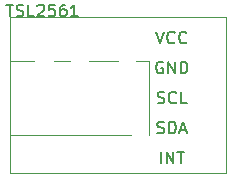
<source format=gbr>
G04 #@! TF.GenerationSoftware,KiCad,Pcbnew,(5.1.5)-3*
G04 #@! TF.CreationDate,2020-12-21T12:39:58+01:00*
G04 #@! TF.ProjectId,epimetheus_tsl2561,6570696d-6574-4686-9575-735f74736c32,rev?*
G04 #@! TF.SameCoordinates,Original*
G04 #@! TF.FileFunction,Legend,Top*
G04 #@! TF.FilePolarity,Positive*
%FSLAX46Y46*%
G04 Gerber Fmt 4.6, Leading zero omitted, Abs format (unit mm)*
G04 Created by KiCad (PCBNEW (5.1.5)-3) date 2020-12-21 12:39:58*
%MOMM*%
%LPD*%
G04 APERTURE LIST*
%ADD10C,0.150000*%
%ADD11C,0.120000*%
G04 APERTURE END LIST*
D10*
X161774571Y-23074380D02*
X162346000Y-23074380D01*
X162060285Y-24074380D02*
X162060285Y-23074380D01*
X162631714Y-24026761D02*
X162774571Y-24074380D01*
X163012666Y-24074380D01*
X163107904Y-24026761D01*
X163155523Y-23979142D01*
X163203142Y-23883904D01*
X163203142Y-23788666D01*
X163155523Y-23693428D01*
X163107904Y-23645809D01*
X163012666Y-23598190D01*
X162822190Y-23550571D01*
X162726952Y-23502952D01*
X162679333Y-23455333D01*
X162631714Y-23360095D01*
X162631714Y-23264857D01*
X162679333Y-23169619D01*
X162726952Y-23122000D01*
X162822190Y-23074380D01*
X163060285Y-23074380D01*
X163203142Y-23122000D01*
X164107904Y-24074380D02*
X163631714Y-24074380D01*
X163631714Y-23074380D01*
X164393619Y-23169619D02*
X164441238Y-23122000D01*
X164536476Y-23074380D01*
X164774571Y-23074380D01*
X164869809Y-23122000D01*
X164917428Y-23169619D01*
X164965047Y-23264857D01*
X164965047Y-23360095D01*
X164917428Y-23502952D01*
X164346000Y-24074380D01*
X164965047Y-24074380D01*
X165869809Y-23074380D02*
X165393619Y-23074380D01*
X165346000Y-23550571D01*
X165393619Y-23502952D01*
X165488857Y-23455333D01*
X165726952Y-23455333D01*
X165822190Y-23502952D01*
X165869809Y-23550571D01*
X165917428Y-23645809D01*
X165917428Y-23883904D01*
X165869809Y-23979142D01*
X165822190Y-24026761D01*
X165726952Y-24074380D01*
X165488857Y-24074380D01*
X165393619Y-24026761D01*
X165346000Y-23979142D01*
X166774571Y-23074380D02*
X166584095Y-23074380D01*
X166488857Y-23122000D01*
X166441238Y-23169619D01*
X166346000Y-23312476D01*
X166298380Y-23502952D01*
X166298380Y-23883904D01*
X166346000Y-23979142D01*
X166393619Y-24026761D01*
X166488857Y-24074380D01*
X166679333Y-24074380D01*
X166774571Y-24026761D01*
X166822190Y-23979142D01*
X166869809Y-23883904D01*
X166869809Y-23645809D01*
X166822190Y-23550571D01*
X166774571Y-23502952D01*
X166679333Y-23455333D01*
X166488857Y-23455333D01*
X166393619Y-23502952D01*
X166346000Y-23550571D01*
X166298380Y-23645809D01*
X167822190Y-24074380D02*
X167250761Y-24074380D01*
X167536476Y-24074380D02*
X167536476Y-23074380D01*
X167441238Y-23217238D01*
X167346000Y-23312476D01*
X167250761Y-23360095D01*
D11*
X180340000Y-24130000D02*
X180340000Y-37338000D01*
X162052000Y-24130000D02*
X180340000Y-24130000D01*
X162052000Y-37338000D02*
X162052000Y-24130000D01*
X180340000Y-37338000D02*
X162052000Y-37338000D01*
X162052000Y-27888000D02*
X162052000Y-34088000D01*
X173873000Y-34088000D02*
X173873000Y-27888000D01*
X162052000Y-27888000D02*
X164148000Y-27888000D01*
X165798000Y-27888000D02*
X167148000Y-27888000D01*
X168798000Y-27888000D02*
X171198000Y-27888000D01*
X172748000Y-27888000D02*
X173873000Y-27888000D01*
X172298000Y-34088000D02*
X162052000Y-34088000D01*
D10*
X174434666Y-25360380D02*
X174768000Y-26360380D01*
X175101333Y-25360380D01*
X176006095Y-26265142D02*
X175958476Y-26312761D01*
X175815619Y-26360380D01*
X175720380Y-26360380D01*
X175577523Y-26312761D01*
X175482285Y-26217523D01*
X175434666Y-26122285D01*
X175387047Y-25931809D01*
X175387047Y-25788952D01*
X175434666Y-25598476D01*
X175482285Y-25503238D01*
X175577523Y-25408000D01*
X175720380Y-25360380D01*
X175815619Y-25360380D01*
X175958476Y-25408000D01*
X176006095Y-25455619D01*
X177006095Y-26265142D02*
X176958476Y-26312761D01*
X176815619Y-26360380D01*
X176720380Y-26360380D01*
X176577523Y-26312761D01*
X176482285Y-26217523D01*
X176434666Y-26122285D01*
X176387047Y-25931809D01*
X176387047Y-25788952D01*
X176434666Y-25598476D01*
X176482285Y-25503238D01*
X176577523Y-25408000D01*
X176720380Y-25360380D01*
X176815619Y-25360380D01*
X176958476Y-25408000D01*
X177006095Y-25455619D01*
X175006095Y-27948000D02*
X174910857Y-27900380D01*
X174768000Y-27900380D01*
X174625142Y-27948000D01*
X174529904Y-28043238D01*
X174482285Y-28138476D01*
X174434666Y-28328952D01*
X174434666Y-28471809D01*
X174482285Y-28662285D01*
X174529904Y-28757523D01*
X174625142Y-28852761D01*
X174768000Y-28900380D01*
X174863238Y-28900380D01*
X175006095Y-28852761D01*
X175053714Y-28805142D01*
X175053714Y-28471809D01*
X174863238Y-28471809D01*
X175482285Y-28900380D02*
X175482285Y-27900380D01*
X176053714Y-28900380D01*
X176053714Y-27900380D01*
X176529904Y-28900380D02*
X176529904Y-27900380D01*
X176768000Y-27900380D01*
X176910857Y-27948000D01*
X177006095Y-28043238D01*
X177053714Y-28138476D01*
X177101333Y-28328952D01*
X177101333Y-28471809D01*
X177053714Y-28662285D01*
X177006095Y-28757523D01*
X176910857Y-28852761D01*
X176768000Y-28900380D01*
X176529904Y-28900380D01*
X174577523Y-31392761D02*
X174720380Y-31440380D01*
X174958476Y-31440380D01*
X175053714Y-31392761D01*
X175101333Y-31345142D01*
X175148952Y-31249904D01*
X175148952Y-31154666D01*
X175101333Y-31059428D01*
X175053714Y-31011809D01*
X174958476Y-30964190D01*
X174768000Y-30916571D01*
X174672761Y-30868952D01*
X174625142Y-30821333D01*
X174577523Y-30726095D01*
X174577523Y-30630857D01*
X174625142Y-30535619D01*
X174672761Y-30488000D01*
X174768000Y-30440380D01*
X175006095Y-30440380D01*
X175148952Y-30488000D01*
X176148952Y-31345142D02*
X176101333Y-31392761D01*
X175958476Y-31440380D01*
X175863238Y-31440380D01*
X175720380Y-31392761D01*
X175625142Y-31297523D01*
X175577523Y-31202285D01*
X175529904Y-31011809D01*
X175529904Y-30868952D01*
X175577523Y-30678476D01*
X175625142Y-30583238D01*
X175720380Y-30488000D01*
X175863238Y-30440380D01*
X175958476Y-30440380D01*
X176101333Y-30488000D01*
X176148952Y-30535619D01*
X177053714Y-31440380D02*
X176577523Y-31440380D01*
X176577523Y-30440380D01*
X174553714Y-33932761D02*
X174696571Y-33980380D01*
X174934666Y-33980380D01*
X175029904Y-33932761D01*
X175077523Y-33885142D01*
X175125142Y-33789904D01*
X175125142Y-33694666D01*
X175077523Y-33599428D01*
X175029904Y-33551809D01*
X174934666Y-33504190D01*
X174744190Y-33456571D01*
X174648952Y-33408952D01*
X174601333Y-33361333D01*
X174553714Y-33266095D01*
X174553714Y-33170857D01*
X174601333Y-33075619D01*
X174648952Y-33028000D01*
X174744190Y-32980380D01*
X174982285Y-32980380D01*
X175125142Y-33028000D01*
X175553714Y-33980380D02*
X175553714Y-32980380D01*
X175791809Y-32980380D01*
X175934666Y-33028000D01*
X176029904Y-33123238D01*
X176077523Y-33218476D01*
X176125142Y-33408952D01*
X176125142Y-33551809D01*
X176077523Y-33742285D01*
X176029904Y-33837523D01*
X175934666Y-33932761D01*
X175791809Y-33980380D01*
X175553714Y-33980380D01*
X176506095Y-33694666D02*
X176982285Y-33694666D01*
X176410857Y-33980380D02*
X176744190Y-32980380D01*
X177077523Y-33980380D01*
X174863238Y-36520380D02*
X174863238Y-35520380D01*
X175339428Y-36520380D02*
X175339428Y-35520380D01*
X175910857Y-36520380D01*
X175910857Y-35520380D01*
X176244190Y-35520380D02*
X176815619Y-35520380D01*
X176529904Y-36520380D02*
X176529904Y-35520380D01*
M02*

</source>
